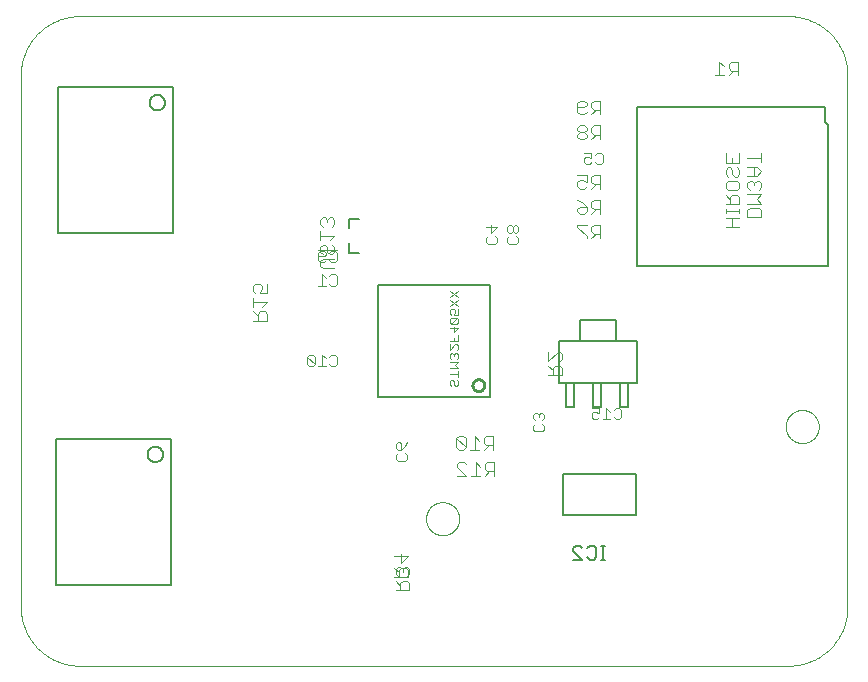
<source format=gbo>
G75*
%MOIN*%
%OFA0B0*%
%FSLAX25Y25*%
%IPPOS*%
%LPD*%
%AMOC8*
5,1,8,0,0,1.08239X$1,22.5*
%
%ADD10C,0.00000*%
%ADD11C,0.00300*%
%ADD12C,0.00400*%
%ADD13C,0.00800*%
%ADD14C,0.01000*%
%ADD15C,0.00500*%
%ADD16C,0.00600*%
D10*
X0091335Y0054209D02*
X0091335Y0231374D01*
X0091341Y0231850D01*
X0091358Y0232325D01*
X0091387Y0232800D01*
X0091427Y0233274D01*
X0091479Y0233747D01*
X0091542Y0234218D01*
X0091616Y0234688D01*
X0091702Y0235156D01*
X0091799Y0235622D01*
X0091907Y0236085D01*
X0092026Y0236545D01*
X0092157Y0237003D01*
X0092298Y0237457D01*
X0092451Y0237908D01*
X0092614Y0238354D01*
X0092788Y0238797D01*
X0092973Y0239235D01*
X0093168Y0239669D01*
X0093374Y0240098D01*
X0093590Y0240522D01*
X0093816Y0240941D01*
X0094052Y0241354D01*
X0094298Y0241761D01*
X0094554Y0242162D01*
X0094820Y0242556D01*
X0095095Y0242945D01*
X0095379Y0243326D01*
X0095672Y0243700D01*
X0095974Y0244068D01*
X0096286Y0244428D01*
X0096605Y0244780D01*
X0096933Y0245124D01*
X0097270Y0245461D01*
X0097614Y0245789D01*
X0097966Y0246108D01*
X0098326Y0246420D01*
X0098694Y0246722D01*
X0099068Y0247015D01*
X0099449Y0247299D01*
X0099838Y0247574D01*
X0100232Y0247840D01*
X0100633Y0248096D01*
X0101040Y0248342D01*
X0101453Y0248578D01*
X0101872Y0248804D01*
X0102296Y0249020D01*
X0102725Y0249226D01*
X0103159Y0249421D01*
X0103597Y0249606D01*
X0104040Y0249780D01*
X0104486Y0249943D01*
X0104937Y0250096D01*
X0105391Y0250237D01*
X0105849Y0250368D01*
X0106309Y0250487D01*
X0106772Y0250595D01*
X0107238Y0250692D01*
X0107706Y0250778D01*
X0108176Y0250852D01*
X0108647Y0250915D01*
X0109120Y0250967D01*
X0109594Y0251007D01*
X0110069Y0251036D01*
X0110544Y0251053D01*
X0111020Y0251059D01*
X0347241Y0251059D01*
X0347717Y0251053D01*
X0348192Y0251036D01*
X0348667Y0251007D01*
X0349141Y0250967D01*
X0349614Y0250915D01*
X0350085Y0250852D01*
X0350555Y0250778D01*
X0351023Y0250692D01*
X0351489Y0250595D01*
X0351952Y0250487D01*
X0352412Y0250368D01*
X0352870Y0250237D01*
X0353324Y0250096D01*
X0353775Y0249943D01*
X0354221Y0249780D01*
X0354664Y0249606D01*
X0355102Y0249421D01*
X0355536Y0249226D01*
X0355965Y0249020D01*
X0356389Y0248804D01*
X0356808Y0248578D01*
X0357221Y0248342D01*
X0357628Y0248096D01*
X0358029Y0247840D01*
X0358423Y0247574D01*
X0358812Y0247299D01*
X0359193Y0247015D01*
X0359567Y0246722D01*
X0359935Y0246420D01*
X0360295Y0246108D01*
X0360647Y0245789D01*
X0360991Y0245461D01*
X0361328Y0245124D01*
X0361656Y0244780D01*
X0361975Y0244428D01*
X0362287Y0244068D01*
X0362589Y0243700D01*
X0362882Y0243326D01*
X0363166Y0242945D01*
X0363441Y0242556D01*
X0363707Y0242162D01*
X0363963Y0241761D01*
X0364209Y0241354D01*
X0364445Y0240941D01*
X0364671Y0240522D01*
X0364887Y0240098D01*
X0365093Y0239669D01*
X0365288Y0239235D01*
X0365473Y0238797D01*
X0365647Y0238354D01*
X0365810Y0237908D01*
X0365963Y0237457D01*
X0366104Y0237003D01*
X0366235Y0236545D01*
X0366354Y0236085D01*
X0366462Y0235622D01*
X0366559Y0235156D01*
X0366645Y0234688D01*
X0366719Y0234218D01*
X0366782Y0233747D01*
X0366834Y0233274D01*
X0366874Y0232800D01*
X0366903Y0232325D01*
X0366920Y0231850D01*
X0366926Y0231374D01*
X0366926Y0054209D01*
X0366920Y0053733D01*
X0366903Y0053258D01*
X0366874Y0052783D01*
X0366834Y0052309D01*
X0366782Y0051836D01*
X0366719Y0051365D01*
X0366645Y0050895D01*
X0366559Y0050427D01*
X0366462Y0049961D01*
X0366354Y0049498D01*
X0366235Y0049038D01*
X0366104Y0048580D01*
X0365963Y0048126D01*
X0365810Y0047675D01*
X0365647Y0047229D01*
X0365473Y0046786D01*
X0365288Y0046348D01*
X0365093Y0045914D01*
X0364887Y0045485D01*
X0364671Y0045061D01*
X0364445Y0044642D01*
X0364209Y0044229D01*
X0363963Y0043822D01*
X0363707Y0043421D01*
X0363441Y0043027D01*
X0363166Y0042638D01*
X0362882Y0042257D01*
X0362589Y0041883D01*
X0362287Y0041515D01*
X0361975Y0041155D01*
X0361656Y0040803D01*
X0361328Y0040459D01*
X0360991Y0040122D01*
X0360647Y0039794D01*
X0360295Y0039475D01*
X0359935Y0039163D01*
X0359567Y0038861D01*
X0359193Y0038568D01*
X0358812Y0038284D01*
X0358423Y0038009D01*
X0358029Y0037743D01*
X0357628Y0037487D01*
X0357221Y0037241D01*
X0356808Y0037005D01*
X0356389Y0036779D01*
X0355965Y0036563D01*
X0355536Y0036357D01*
X0355102Y0036162D01*
X0354664Y0035977D01*
X0354221Y0035803D01*
X0353775Y0035640D01*
X0353324Y0035487D01*
X0352870Y0035346D01*
X0352412Y0035215D01*
X0351952Y0035096D01*
X0351489Y0034988D01*
X0351023Y0034891D01*
X0350555Y0034805D01*
X0350085Y0034731D01*
X0349614Y0034668D01*
X0349141Y0034616D01*
X0348667Y0034576D01*
X0348192Y0034547D01*
X0347717Y0034530D01*
X0347241Y0034524D01*
X0111020Y0034524D01*
X0110544Y0034530D01*
X0110069Y0034547D01*
X0109594Y0034576D01*
X0109120Y0034616D01*
X0108647Y0034668D01*
X0108176Y0034731D01*
X0107706Y0034805D01*
X0107238Y0034891D01*
X0106772Y0034988D01*
X0106309Y0035096D01*
X0105849Y0035215D01*
X0105391Y0035346D01*
X0104937Y0035487D01*
X0104486Y0035640D01*
X0104040Y0035803D01*
X0103597Y0035977D01*
X0103159Y0036162D01*
X0102725Y0036357D01*
X0102296Y0036563D01*
X0101872Y0036779D01*
X0101453Y0037005D01*
X0101040Y0037241D01*
X0100633Y0037487D01*
X0100232Y0037743D01*
X0099838Y0038009D01*
X0099449Y0038284D01*
X0099068Y0038568D01*
X0098694Y0038861D01*
X0098326Y0039163D01*
X0097966Y0039475D01*
X0097614Y0039794D01*
X0097270Y0040122D01*
X0096933Y0040459D01*
X0096605Y0040803D01*
X0096286Y0041155D01*
X0095974Y0041515D01*
X0095672Y0041883D01*
X0095379Y0042257D01*
X0095095Y0042638D01*
X0094820Y0043027D01*
X0094554Y0043421D01*
X0094298Y0043822D01*
X0094052Y0044229D01*
X0093816Y0044642D01*
X0093590Y0045061D01*
X0093374Y0045485D01*
X0093168Y0045914D01*
X0092973Y0046348D01*
X0092788Y0046786D01*
X0092614Y0047229D01*
X0092451Y0047675D01*
X0092298Y0048126D01*
X0092157Y0048580D01*
X0092026Y0049038D01*
X0091907Y0049498D01*
X0091799Y0049961D01*
X0091702Y0050427D01*
X0091616Y0050895D01*
X0091542Y0051365D01*
X0091479Y0051836D01*
X0091427Y0052309D01*
X0091387Y0052783D01*
X0091358Y0053258D01*
X0091341Y0053733D01*
X0091335Y0054209D01*
X0226453Y0083539D02*
X0226455Y0083687D01*
X0226461Y0083835D01*
X0226471Y0083983D01*
X0226485Y0084130D01*
X0226503Y0084277D01*
X0226524Y0084423D01*
X0226550Y0084569D01*
X0226580Y0084714D01*
X0226613Y0084858D01*
X0226651Y0085001D01*
X0226692Y0085143D01*
X0226737Y0085284D01*
X0226785Y0085424D01*
X0226838Y0085563D01*
X0226894Y0085700D01*
X0226954Y0085835D01*
X0227017Y0085969D01*
X0227084Y0086101D01*
X0227155Y0086231D01*
X0227229Y0086359D01*
X0227306Y0086485D01*
X0227387Y0086609D01*
X0227471Y0086731D01*
X0227558Y0086850D01*
X0227649Y0086967D01*
X0227743Y0087082D01*
X0227839Y0087194D01*
X0227939Y0087304D01*
X0228041Y0087410D01*
X0228147Y0087514D01*
X0228255Y0087615D01*
X0228366Y0087713D01*
X0228479Y0087809D01*
X0228595Y0087901D01*
X0228713Y0087990D01*
X0228834Y0088075D01*
X0228957Y0088158D01*
X0229082Y0088237D01*
X0229209Y0088313D01*
X0229338Y0088385D01*
X0229469Y0088454D01*
X0229602Y0088519D01*
X0229737Y0088580D01*
X0229873Y0088638D01*
X0230010Y0088693D01*
X0230149Y0088743D01*
X0230290Y0088790D01*
X0230431Y0088833D01*
X0230574Y0088873D01*
X0230718Y0088908D01*
X0230862Y0088940D01*
X0231008Y0088967D01*
X0231154Y0088991D01*
X0231301Y0089011D01*
X0231448Y0089027D01*
X0231595Y0089039D01*
X0231743Y0089047D01*
X0231891Y0089051D01*
X0232039Y0089051D01*
X0232187Y0089047D01*
X0232335Y0089039D01*
X0232482Y0089027D01*
X0232629Y0089011D01*
X0232776Y0088991D01*
X0232922Y0088967D01*
X0233068Y0088940D01*
X0233212Y0088908D01*
X0233356Y0088873D01*
X0233499Y0088833D01*
X0233640Y0088790D01*
X0233781Y0088743D01*
X0233920Y0088693D01*
X0234057Y0088638D01*
X0234193Y0088580D01*
X0234328Y0088519D01*
X0234461Y0088454D01*
X0234592Y0088385D01*
X0234721Y0088313D01*
X0234848Y0088237D01*
X0234973Y0088158D01*
X0235096Y0088075D01*
X0235217Y0087990D01*
X0235335Y0087901D01*
X0235451Y0087809D01*
X0235564Y0087713D01*
X0235675Y0087615D01*
X0235783Y0087514D01*
X0235889Y0087410D01*
X0235991Y0087304D01*
X0236091Y0087194D01*
X0236187Y0087082D01*
X0236281Y0086967D01*
X0236372Y0086850D01*
X0236459Y0086731D01*
X0236543Y0086609D01*
X0236624Y0086485D01*
X0236701Y0086359D01*
X0236775Y0086231D01*
X0236846Y0086101D01*
X0236913Y0085969D01*
X0236976Y0085835D01*
X0237036Y0085700D01*
X0237092Y0085563D01*
X0237145Y0085424D01*
X0237193Y0085284D01*
X0237238Y0085143D01*
X0237279Y0085001D01*
X0237317Y0084858D01*
X0237350Y0084714D01*
X0237380Y0084569D01*
X0237406Y0084423D01*
X0237427Y0084277D01*
X0237445Y0084130D01*
X0237459Y0083983D01*
X0237469Y0083835D01*
X0237475Y0083687D01*
X0237477Y0083539D01*
X0237475Y0083391D01*
X0237469Y0083243D01*
X0237459Y0083095D01*
X0237445Y0082948D01*
X0237427Y0082801D01*
X0237406Y0082655D01*
X0237380Y0082509D01*
X0237350Y0082364D01*
X0237317Y0082220D01*
X0237279Y0082077D01*
X0237238Y0081935D01*
X0237193Y0081794D01*
X0237145Y0081654D01*
X0237092Y0081515D01*
X0237036Y0081378D01*
X0236976Y0081243D01*
X0236913Y0081109D01*
X0236846Y0080977D01*
X0236775Y0080847D01*
X0236701Y0080719D01*
X0236624Y0080593D01*
X0236543Y0080469D01*
X0236459Y0080347D01*
X0236372Y0080228D01*
X0236281Y0080111D01*
X0236187Y0079996D01*
X0236091Y0079884D01*
X0235991Y0079774D01*
X0235889Y0079668D01*
X0235783Y0079564D01*
X0235675Y0079463D01*
X0235564Y0079365D01*
X0235451Y0079269D01*
X0235335Y0079177D01*
X0235217Y0079088D01*
X0235096Y0079003D01*
X0234973Y0078920D01*
X0234848Y0078841D01*
X0234721Y0078765D01*
X0234592Y0078693D01*
X0234461Y0078624D01*
X0234328Y0078559D01*
X0234193Y0078498D01*
X0234057Y0078440D01*
X0233920Y0078385D01*
X0233781Y0078335D01*
X0233640Y0078288D01*
X0233499Y0078245D01*
X0233356Y0078205D01*
X0233212Y0078170D01*
X0233068Y0078138D01*
X0232922Y0078111D01*
X0232776Y0078087D01*
X0232629Y0078067D01*
X0232482Y0078051D01*
X0232335Y0078039D01*
X0232187Y0078031D01*
X0232039Y0078027D01*
X0231891Y0078027D01*
X0231743Y0078031D01*
X0231595Y0078039D01*
X0231448Y0078051D01*
X0231301Y0078067D01*
X0231154Y0078087D01*
X0231008Y0078111D01*
X0230862Y0078138D01*
X0230718Y0078170D01*
X0230574Y0078205D01*
X0230431Y0078245D01*
X0230290Y0078288D01*
X0230149Y0078335D01*
X0230010Y0078385D01*
X0229873Y0078440D01*
X0229737Y0078498D01*
X0229602Y0078559D01*
X0229469Y0078624D01*
X0229338Y0078693D01*
X0229209Y0078765D01*
X0229082Y0078841D01*
X0228957Y0078920D01*
X0228834Y0079003D01*
X0228713Y0079088D01*
X0228595Y0079177D01*
X0228479Y0079269D01*
X0228366Y0079365D01*
X0228255Y0079463D01*
X0228147Y0079564D01*
X0228041Y0079668D01*
X0227939Y0079774D01*
X0227839Y0079884D01*
X0227743Y0079996D01*
X0227649Y0080111D01*
X0227558Y0080228D01*
X0227471Y0080347D01*
X0227387Y0080469D01*
X0227306Y0080593D01*
X0227229Y0080719D01*
X0227155Y0080847D01*
X0227084Y0080977D01*
X0227017Y0081109D01*
X0226954Y0081243D01*
X0226894Y0081378D01*
X0226838Y0081515D01*
X0226785Y0081654D01*
X0226737Y0081794D01*
X0226692Y0081935D01*
X0226651Y0082077D01*
X0226613Y0082220D01*
X0226580Y0082364D01*
X0226550Y0082509D01*
X0226524Y0082655D01*
X0226503Y0082801D01*
X0226485Y0082948D01*
X0226471Y0083095D01*
X0226461Y0083243D01*
X0226455Y0083391D01*
X0226453Y0083539D01*
X0346335Y0114248D02*
X0346337Y0114396D01*
X0346343Y0114544D01*
X0346353Y0114692D01*
X0346367Y0114839D01*
X0346385Y0114986D01*
X0346406Y0115132D01*
X0346432Y0115278D01*
X0346462Y0115423D01*
X0346495Y0115567D01*
X0346533Y0115710D01*
X0346574Y0115852D01*
X0346619Y0115993D01*
X0346667Y0116133D01*
X0346720Y0116272D01*
X0346776Y0116409D01*
X0346836Y0116544D01*
X0346899Y0116678D01*
X0346966Y0116810D01*
X0347037Y0116940D01*
X0347111Y0117068D01*
X0347188Y0117194D01*
X0347269Y0117318D01*
X0347353Y0117440D01*
X0347440Y0117559D01*
X0347531Y0117676D01*
X0347625Y0117791D01*
X0347721Y0117903D01*
X0347821Y0118013D01*
X0347923Y0118119D01*
X0348029Y0118223D01*
X0348137Y0118324D01*
X0348248Y0118422D01*
X0348361Y0118518D01*
X0348477Y0118610D01*
X0348595Y0118699D01*
X0348716Y0118784D01*
X0348839Y0118867D01*
X0348964Y0118946D01*
X0349091Y0119022D01*
X0349220Y0119094D01*
X0349351Y0119163D01*
X0349484Y0119228D01*
X0349619Y0119289D01*
X0349755Y0119347D01*
X0349892Y0119402D01*
X0350031Y0119452D01*
X0350172Y0119499D01*
X0350313Y0119542D01*
X0350456Y0119582D01*
X0350600Y0119617D01*
X0350744Y0119649D01*
X0350890Y0119676D01*
X0351036Y0119700D01*
X0351183Y0119720D01*
X0351330Y0119736D01*
X0351477Y0119748D01*
X0351625Y0119756D01*
X0351773Y0119760D01*
X0351921Y0119760D01*
X0352069Y0119756D01*
X0352217Y0119748D01*
X0352364Y0119736D01*
X0352511Y0119720D01*
X0352658Y0119700D01*
X0352804Y0119676D01*
X0352950Y0119649D01*
X0353094Y0119617D01*
X0353238Y0119582D01*
X0353381Y0119542D01*
X0353522Y0119499D01*
X0353663Y0119452D01*
X0353802Y0119402D01*
X0353939Y0119347D01*
X0354075Y0119289D01*
X0354210Y0119228D01*
X0354343Y0119163D01*
X0354474Y0119094D01*
X0354603Y0119022D01*
X0354730Y0118946D01*
X0354855Y0118867D01*
X0354978Y0118784D01*
X0355099Y0118699D01*
X0355217Y0118610D01*
X0355333Y0118518D01*
X0355446Y0118422D01*
X0355557Y0118324D01*
X0355665Y0118223D01*
X0355771Y0118119D01*
X0355873Y0118013D01*
X0355973Y0117903D01*
X0356069Y0117791D01*
X0356163Y0117676D01*
X0356254Y0117559D01*
X0356341Y0117440D01*
X0356425Y0117318D01*
X0356506Y0117194D01*
X0356583Y0117068D01*
X0356657Y0116940D01*
X0356728Y0116810D01*
X0356795Y0116678D01*
X0356858Y0116544D01*
X0356918Y0116409D01*
X0356974Y0116272D01*
X0357027Y0116133D01*
X0357075Y0115993D01*
X0357120Y0115852D01*
X0357161Y0115710D01*
X0357199Y0115567D01*
X0357232Y0115423D01*
X0357262Y0115278D01*
X0357288Y0115132D01*
X0357309Y0114986D01*
X0357327Y0114839D01*
X0357341Y0114692D01*
X0357351Y0114544D01*
X0357357Y0114396D01*
X0357359Y0114248D01*
X0357357Y0114100D01*
X0357351Y0113952D01*
X0357341Y0113804D01*
X0357327Y0113657D01*
X0357309Y0113510D01*
X0357288Y0113364D01*
X0357262Y0113218D01*
X0357232Y0113073D01*
X0357199Y0112929D01*
X0357161Y0112786D01*
X0357120Y0112644D01*
X0357075Y0112503D01*
X0357027Y0112363D01*
X0356974Y0112224D01*
X0356918Y0112087D01*
X0356858Y0111952D01*
X0356795Y0111818D01*
X0356728Y0111686D01*
X0356657Y0111556D01*
X0356583Y0111428D01*
X0356506Y0111302D01*
X0356425Y0111178D01*
X0356341Y0111056D01*
X0356254Y0110937D01*
X0356163Y0110820D01*
X0356069Y0110705D01*
X0355973Y0110593D01*
X0355873Y0110483D01*
X0355771Y0110377D01*
X0355665Y0110273D01*
X0355557Y0110172D01*
X0355446Y0110074D01*
X0355333Y0109978D01*
X0355217Y0109886D01*
X0355099Y0109797D01*
X0354978Y0109712D01*
X0354855Y0109629D01*
X0354730Y0109550D01*
X0354603Y0109474D01*
X0354474Y0109402D01*
X0354343Y0109333D01*
X0354210Y0109268D01*
X0354075Y0109207D01*
X0353939Y0109149D01*
X0353802Y0109094D01*
X0353663Y0109044D01*
X0353522Y0108997D01*
X0353381Y0108954D01*
X0353238Y0108914D01*
X0353094Y0108879D01*
X0352950Y0108847D01*
X0352804Y0108820D01*
X0352658Y0108796D01*
X0352511Y0108776D01*
X0352364Y0108760D01*
X0352217Y0108748D01*
X0352069Y0108740D01*
X0351921Y0108736D01*
X0351773Y0108736D01*
X0351625Y0108740D01*
X0351477Y0108748D01*
X0351330Y0108760D01*
X0351183Y0108776D01*
X0351036Y0108796D01*
X0350890Y0108820D01*
X0350744Y0108847D01*
X0350600Y0108879D01*
X0350456Y0108914D01*
X0350313Y0108954D01*
X0350172Y0108997D01*
X0350031Y0109044D01*
X0349892Y0109094D01*
X0349755Y0109149D01*
X0349619Y0109207D01*
X0349484Y0109268D01*
X0349351Y0109333D01*
X0349220Y0109402D01*
X0349091Y0109474D01*
X0348964Y0109550D01*
X0348839Y0109629D01*
X0348716Y0109712D01*
X0348595Y0109797D01*
X0348477Y0109886D01*
X0348361Y0109978D01*
X0348248Y0110074D01*
X0348137Y0110172D01*
X0348029Y0110273D01*
X0347923Y0110377D01*
X0347821Y0110483D01*
X0347721Y0110593D01*
X0347625Y0110705D01*
X0347531Y0110820D01*
X0347440Y0110937D01*
X0347353Y0111056D01*
X0347269Y0111178D01*
X0347188Y0111302D01*
X0347111Y0111428D01*
X0347037Y0111556D01*
X0346966Y0111686D01*
X0346899Y0111818D01*
X0346836Y0111952D01*
X0346776Y0112087D01*
X0346720Y0112224D01*
X0346667Y0112363D01*
X0346619Y0112503D01*
X0346574Y0112644D01*
X0346533Y0112786D01*
X0346495Y0112929D01*
X0346462Y0113073D01*
X0346432Y0113218D01*
X0346406Y0113364D01*
X0346385Y0113510D01*
X0346367Y0113657D01*
X0346353Y0113804D01*
X0346343Y0113952D01*
X0346337Y0114100D01*
X0346335Y0114248D01*
D11*
X0291481Y0117377D02*
X0290863Y0116760D01*
X0289629Y0116760D01*
X0289012Y0117377D01*
X0287797Y0116760D02*
X0285329Y0116760D01*
X0286563Y0116760D02*
X0286563Y0120463D01*
X0287797Y0119229D01*
X0289012Y0119846D02*
X0289629Y0120463D01*
X0290863Y0120463D01*
X0291481Y0119846D01*
X0291481Y0117377D01*
X0284114Y0117377D02*
X0283497Y0116760D01*
X0282263Y0116760D01*
X0281646Y0117377D01*
X0281646Y0118612D01*
X0282263Y0119229D01*
X0282880Y0119229D01*
X0284114Y0118612D01*
X0284114Y0120463D01*
X0281646Y0120463D01*
X0265795Y0118177D02*
X0265178Y0118794D01*
X0264560Y0118794D01*
X0263943Y0118177D01*
X0263326Y0118794D01*
X0262709Y0118794D01*
X0262092Y0118177D01*
X0262092Y0116942D01*
X0262709Y0116325D01*
X0262709Y0115111D02*
X0262092Y0114494D01*
X0262092Y0113259D01*
X0262709Y0112642D01*
X0265178Y0112642D01*
X0265795Y0113259D01*
X0265795Y0114494D01*
X0265178Y0115111D01*
X0265178Y0116325D02*
X0265795Y0116942D01*
X0265795Y0118177D01*
X0263943Y0118177D02*
X0263943Y0117560D01*
X0237183Y0128425D02*
X0236699Y0127941D01*
X0236216Y0127941D01*
X0235732Y0128425D01*
X0235732Y0129393D01*
X0235248Y0129876D01*
X0234764Y0129876D01*
X0234281Y0129393D01*
X0234281Y0128425D01*
X0234764Y0127941D01*
X0237183Y0128425D02*
X0237183Y0129393D01*
X0236699Y0129876D01*
X0237183Y0130888D02*
X0237183Y0132823D01*
X0237183Y0131855D02*
X0234281Y0131855D01*
X0234281Y0133834D02*
X0237183Y0133834D01*
X0236216Y0134802D01*
X0237183Y0135769D01*
X0234281Y0135769D01*
X0234764Y0136781D02*
X0234281Y0137265D01*
X0234281Y0138232D01*
X0234764Y0138716D01*
X0235248Y0138716D01*
X0235732Y0138232D01*
X0235732Y0137748D01*
X0235732Y0138232D02*
X0236216Y0138716D01*
X0236699Y0138716D01*
X0237183Y0138232D01*
X0237183Y0137265D01*
X0236699Y0136781D01*
X0236699Y0139727D02*
X0237183Y0140211D01*
X0237183Y0141179D01*
X0236699Y0141662D01*
X0236216Y0141662D01*
X0234281Y0139727D01*
X0234281Y0141662D01*
X0234281Y0142674D02*
X0237183Y0142674D01*
X0237183Y0144609D01*
X0235732Y0143641D02*
X0235732Y0142674D01*
X0235732Y0145620D02*
X0235732Y0147555D01*
X0236699Y0148567D02*
X0237183Y0149051D01*
X0237183Y0150018D01*
X0236699Y0150502D01*
X0234764Y0148567D01*
X0234281Y0149051D01*
X0234281Y0150018D01*
X0234764Y0150502D01*
X0236699Y0150502D01*
X0237183Y0151513D02*
X0235732Y0151513D01*
X0236216Y0152481D01*
X0236216Y0152965D01*
X0235732Y0153448D01*
X0234764Y0153448D01*
X0234281Y0152965D01*
X0234281Y0151997D01*
X0234764Y0151513D01*
X0237183Y0151513D02*
X0237183Y0153448D01*
X0237183Y0154460D02*
X0234281Y0156395D01*
X0234281Y0157407D02*
X0237183Y0159341D01*
X0237183Y0157407D02*
X0234281Y0159341D01*
X0237183Y0156395D02*
X0234281Y0154460D01*
X0234764Y0148567D02*
X0236699Y0148567D01*
X0237183Y0147072D02*
X0235732Y0145620D01*
X0234281Y0147072D02*
X0237183Y0147072D01*
X0196697Y0137563D02*
X0196697Y0135094D01*
X0196080Y0134477D01*
X0194846Y0134477D01*
X0194228Y0135094D01*
X0193014Y0134477D02*
X0190545Y0134477D01*
X0191780Y0134477D02*
X0191780Y0138180D01*
X0193014Y0136946D01*
X0194228Y0137563D02*
X0194846Y0138180D01*
X0196080Y0138180D01*
X0196697Y0137563D01*
X0189331Y0137563D02*
X0189331Y0135094D01*
X0186862Y0137563D01*
X0186862Y0135094D01*
X0187479Y0134477D01*
X0188714Y0134477D01*
X0189331Y0135094D01*
X0189331Y0137563D02*
X0188714Y0138180D01*
X0187479Y0138180D01*
X0186862Y0137563D01*
X0190545Y0161248D02*
X0193014Y0161248D01*
X0191780Y0161248D02*
X0191780Y0164952D01*
X0193014Y0163717D01*
X0194228Y0164334D02*
X0194846Y0164952D01*
X0196080Y0164952D01*
X0196697Y0164334D01*
X0196697Y0161866D01*
X0196080Y0161248D01*
X0194846Y0161248D01*
X0194228Y0161866D01*
X0194846Y0169122D02*
X0194228Y0169740D01*
X0194846Y0169122D02*
X0196080Y0169122D01*
X0196697Y0169740D01*
X0196697Y0172208D01*
X0196080Y0172826D01*
X0194846Y0172826D01*
X0194228Y0172208D01*
X0193014Y0172208D02*
X0193014Y0171591D01*
X0192397Y0170974D01*
X0190545Y0170974D01*
X0190545Y0169740D02*
X0190545Y0172208D01*
X0191162Y0172826D01*
X0192397Y0172826D01*
X0193014Y0172208D01*
X0193014Y0169740D02*
X0192397Y0169122D01*
X0191162Y0169122D01*
X0190545Y0169740D01*
X0246407Y0175842D02*
X0246407Y0177076D01*
X0247024Y0177694D01*
X0248258Y0178908D02*
X0248258Y0181377D01*
X0246407Y0180760D02*
X0250110Y0180760D01*
X0248258Y0178908D01*
X0249493Y0177694D02*
X0250110Y0177076D01*
X0250110Y0175842D01*
X0249493Y0175225D01*
X0247024Y0175225D01*
X0246407Y0175842D01*
X0253493Y0175842D02*
X0253493Y0177076D01*
X0254110Y0177694D01*
X0254110Y0178908D02*
X0254728Y0178908D01*
X0255345Y0179525D01*
X0255345Y0180760D01*
X0254728Y0181377D01*
X0254110Y0181377D01*
X0253493Y0180760D01*
X0253493Y0179525D01*
X0254110Y0178908D01*
X0255345Y0179525D02*
X0255962Y0178908D01*
X0256579Y0178908D01*
X0257196Y0179525D01*
X0257196Y0180760D01*
X0256579Y0181377D01*
X0255962Y0181377D01*
X0255345Y0180760D01*
X0256579Y0177694D02*
X0257196Y0177076D01*
X0257196Y0175842D01*
X0256579Y0175225D01*
X0254110Y0175225D01*
X0253493Y0175842D01*
X0279745Y0201800D02*
X0280979Y0201800D01*
X0281597Y0202417D01*
X0282811Y0202417D02*
X0283428Y0201800D01*
X0284663Y0201800D01*
X0285280Y0202417D01*
X0285280Y0204886D01*
X0284663Y0205503D01*
X0283428Y0205503D01*
X0282811Y0204886D01*
X0281597Y0205503D02*
X0281597Y0203651D01*
X0280362Y0204268D01*
X0279745Y0204268D01*
X0279128Y0203651D01*
X0279128Y0202417D01*
X0279745Y0201800D01*
X0279128Y0205503D02*
X0281597Y0205503D01*
X0220125Y0109050D02*
X0219508Y0107815D01*
X0218274Y0106581D01*
X0218274Y0108433D01*
X0217657Y0109050D01*
X0217039Y0109050D01*
X0216422Y0108433D01*
X0216422Y0107198D01*
X0217039Y0106581D01*
X0218274Y0106581D01*
X0219508Y0105367D02*
X0220125Y0104749D01*
X0220125Y0103515D01*
X0219508Y0102898D01*
X0217039Y0102898D01*
X0216422Y0103515D01*
X0216422Y0104749D01*
X0217039Y0105367D01*
D12*
X0236594Y0107282D02*
X0237362Y0106515D01*
X0238896Y0106515D01*
X0239664Y0107282D01*
X0236594Y0110352D01*
X0236594Y0107282D01*
X0236594Y0110352D02*
X0237362Y0111119D01*
X0238896Y0111119D01*
X0239664Y0110352D01*
X0239664Y0107282D01*
X0241198Y0106515D02*
X0244268Y0106515D01*
X0245802Y0106515D02*
X0247337Y0108050D01*
X0246570Y0108050D02*
X0248872Y0108050D01*
X0248872Y0106515D02*
X0248872Y0111119D01*
X0246570Y0111119D01*
X0245802Y0110352D01*
X0245802Y0108817D01*
X0246570Y0108050D01*
X0244268Y0109584D02*
X0242733Y0111119D01*
X0242733Y0106515D01*
X0242969Y0102457D02*
X0242969Y0097854D01*
X0241435Y0097854D02*
X0244504Y0097854D01*
X0246038Y0097854D02*
X0247573Y0099388D01*
X0246806Y0099388D02*
X0249108Y0099388D01*
X0249108Y0097854D02*
X0249108Y0102457D01*
X0246806Y0102457D01*
X0246038Y0101690D01*
X0246038Y0100155D01*
X0246806Y0099388D01*
X0244504Y0100923D02*
X0242969Y0102457D01*
X0239900Y0101690D02*
X0239133Y0102457D01*
X0237598Y0102457D01*
X0236831Y0101690D01*
X0236831Y0100923D01*
X0239900Y0097854D01*
X0236831Y0097854D01*
X0218188Y0071747D02*
X0218188Y0068678D01*
X0220490Y0070980D01*
X0215886Y0070980D01*
X0217086Y0067382D02*
X0216319Y0066615D01*
X0216319Y0065080D01*
X0217086Y0064313D01*
X0217420Y0064074D02*
X0217420Y0066376D01*
X0218188Y0067143D01*
X0219722Y0067143D01*
X0220490Y0066376D01*
X0220490Y0064074D01*
X0215886Y0064074D01*
X0216319Y0062778D02*
X0217853Y0061243D01*
X0217853Y0062011D02*
X0217853Y0059709D01*
X0216319Y0059709D02*
X0220923Y0059709D01*
X0220923Y0062011D01*
X0220155Y0062778D01*
X0218621Y0062778D01*
X0217853Y0062011D01*
X0220155Y0064313D02*
X0220923Y0065080D01*
X0220923Y0066615D01*
X0220155Y0067382D01*
X0219388Y0067382D01*
X0218621Y0066615D01*
X0217853Y0067382D01*
X0217086Y0067382D01*
X0215886Y0067143D02*
X0217420Y0065609D01*
X0218621Y0065847D02*
X0218621Y0066615D01*
X0267264Y0131436D02*
X0271868Y0131436D01*
X0271868Y0133738D01*
X0271100Y0134505D01*
X0269566Y0134505D01*
X0268798Y0133738D01*
X0268798Y0131436D01*
X0268798Y0132971D02*
X0267264Y0134505D01*
X0267264Y0136040D02*
X0270333Y0139109D01*
X0271100Y0139109D01*
X0271868Y0138342D01*
X0271868Y0136807D01*
X0271100Y0136040D01*
X0267264Y0136040D02*
X0267264Y0139109D01*
X0279976Y0176987D02*
X0279976Y0177755D01*
X0276907Y0180824D01*
X0276907Y0181591D01*
X0279976Y0181591D01*
X0281511Y0180824D02*
X0281511Y0179289D01*
X0282278Y0178522D01*
X0284580Y0178522D01*
X0283046Y0178522D02*
X0281511Y0176987D01*
X0284580Y0176987D02*
X0284580Y0181591D01*
X0282278Y0181591D01*
X0281511Y0180824D01*
X0281511Y0185255D02*
X0283046Y0186790D01*
X0282278Y0186790D02*
X0284580Y0186790D01*
X0284580Y0185255D02*
X0284580Y0189859D01*
X0282278Y0189859D01*
X0281511Y0189092D01*
X0281511Y0187557D01*
X0282278Y0186790D01*
X0279976Y0187557D02*
X0277674Y0187557D01*
X0276907Y0186790D01*
X0276907Y0186022D01*
X0277674Y0185255D01*
X0279209Y0185255D01*
X0279976Y0186022D01*
X0279976Y0187557D01*
X0278442Y0189092D01*
X0276907Y0189859D01*
X0277674Y0193523D02*
X0276907Y0194290D01*
X0276907Y0195825D01*
X0277674Y0196592D01*
X0278442Y0196592D01*
X0279976Y0195825D01*
X0279976Y0198127D01*
X0276907Y0198127D01*
X0281511Y0197359D02*
X0281511Y0195825D01*
X0282278Y0195057D01*
X0284580Y0195057D01*
X0284580Y0193523D02*
X0284580Y0198127D01*
X0282278Y0198127D01*
X0281511Y0197359D01*
X0283046Y0195057D02*
X0281511Y0193523D01*
X0279976Y0194290D02*
X0279209Y0193523D01*
X0277674Y0193523D01*
X0277674Y0210058D02*
X0279209Y0210058D01*
X0279976Y0210826D01*
X0279976Y0211593D01*
X0279209Y0212360D01*
X0277674Y0212360D01*
X0276907Y0211593D01*
X0276907Y0210826D01*
X0277674Y0210058D01*
X0277674Y0212360D02*
X0276907Y0213128D01*
X0276907Y0213895D01*
X0277674Y0214662D01*
X0279209Y0214662D01*
X0279976Y0213895D01*
X0279976Y0213128D01*
X0279209Y0212360D01*
X0281511Y0212360D02*
X0282278Y0211593D01*
X0284580Y0211593D01*
X0283046Y0211593D02*
X0281511Y0210058D01*
X0281511Y0212360D02*
X0281511Y0213895D01*
X0282278Y0214662D01*
X0284580Y0214662D01*
X0284580Y0210058D01*
X0284580Y0218326D02*
X0284580Y0222930D01*
X0282278Y0222930D01*
X0281511Y0222163D01*
X0281511Y0220628D01*
X0282278Y0219861D01*
X0284580Y0219861D01*
X0283046Y0219861D02*
X0281511Y0218326D01*
X0279976Y0219093D02*
X0279209Y0218326D01*
X0277674Y0218326D01*
X0276907Y0219093D01*
X0276907Y0222163D01*
X0277674Y0222930D01*
X0279209Y0222930D01*
X0279976Y0222163D01*
X0279976Y0221395D01*
X0279209Y0220628D01*
X0276907Y0220628D01*
X0322694Y0231318D02*
X0325764Y0231318D01*
X0327298Y0231318D02*
X0328833Y0232853D01*
X0328066Y0232853D02*
X0330368Y0232853D01*
X0330368Y0231318D02*
X0330368Y0235922D01*
X0328066Y0235922D01*
X0327298Y0235155D01*
X0327298Y0233620D01*
X0328066Y0232853D01*
X0325764Y0234387D02*
X0324229Y0235922D01*
X0324229Y0231318D01*
X0338186Y0205472D02*
X0338186Y0202403D01*
X0338186Y0203938D02*
X0333583Y0203938D01*
X0330903Y0205276D02*
X0330903Y0202206D01*
X0326299Y0202206D01*
X0326299Y0205276D01*
X0328601Y0203741D02*
X0328601Y0202206D01*
X0327834Y0200672D02*
X0327066Y0200672D01*
X0326299Y0199904D01*
X0326299Y0198370D01*
X0327066Y0197602D01*
X0327066Y0196068D02*
X0326299Y0195300D01*
X0326299Y0193766D01*
X0327066Y0192998D01*
X0330136Y0192998D01*
X0330903Y0193766D01*
X0330903Y0195300D01*
X0330136Y0196068D01*
X0327066Y0196068D01*
X0328601Y0198370D02*
X0328601Y0199904D01*
X0327834Y0200672D01*
X0330136Y0200672D02*
X0330903Y0199904D01*
X0330903Y0198370D01*
X0330136Y0197602D01*
X0329368Y0197602D01*
X0328601Y0198370D01*
X0333583Y0197799D02*
X0336652Y0197799D01*
X0338186Y0199334D01*
X0336652Y0200868D01*
X0333583Y0200868D01*
X0335884Y0200868D02*
X0335884Y0197799D01*
X0335117Y0196265D02*
X0334350Y0196265D01*
X0333583Y0195497D01*
X0333583Y0193963D01*
X0334350Y0193195D01*
X0333583Y0191661D02*
X0338186Y0191661D01*
X0336652Y0190126D01*
X0338186Y0188591D01*
X0333583Y0188591D01*
X0334350Y0187057D02*
X0337419Y0187057D01*
X0338186Y0186289D01*
X0338186Y0183987D01*
X0333583Y0183987D01*
X0333583Y0186289D01*
X0334350Y0187057D01*
X0330903Y0186860D02*
X0330903Y0185325D01*
X0330903Y0186093D02*
X0326299Y0186093D01*
X0326299Y0186860D02*
X0326299Y0185325D01*
X0326299Y0183791D02*
X0330903Y0183791D01*
X0328601Y0183791D02*
X0328601Y0180721D01*
X0326299Y0180721D02*
X0330903Y0180721D01*
X0330903Y0188394D02*
X0326299Y0188394D01*
X0327834Y0188394D02*
X0327834Y0190696D01*
X0328601Y0191464D01*
X0330136Y0191464D01*
X0330903Y0190696D01*
X0330903Y0188394D01*
X0327834Y0189929D02*
X0326299Y0191464D01*
X0335117Y0196265D02*
X0335884Y0195497D01*
X0335884Y0194730D01*
X0335884Y0195497D02*
X0336652Y0196265D01*
X0337419Y0196265D01*
X0338186Y0195497D01*
X0338186Y0193963D01*
X0337419Y0193195D01*
X0196611Y0173254D02*
X0190473Y0173254D01*
X0191240Y0174021D02*
X0191240Y0172486D01*
X0192007Y0171719D01*
X0192007Y0170184D02*
X0191240Y0169417D01*
X0191240Y0167882D01*
X0192007Y0167115D01*
X0195844Y0167115D01*
X0195844Y0170184D02*
X0192007Y0170184D01*
X0193542Y0172486D02*
X0194309Y0171719D01*
X0195077Y0171719D01*
X0195844Y0172486D01*
X0195844Y0174021D01*
X0195077Y0174788D01*
X0193542Y0174021D02*
X0193542Y0172486D01*
X0193542Y0174021D02*
X0192775Y0174788D01*
X0192007Y0174788D01*
X0191240Y0174021D01*
X0191240Y0176323D02*
X0191240Y0179392D01*
X0191240Y0177857D02*
X0195844Y0177857D01*
X0194309Y0176323D01*
X0195077Y0180927D02*
X0195844Y0181694D01*
X0195844Y0183229D01*
X0195077Y0183996D01*
X0194309Y0183996D01*
X0193542Y0183229D01*
X0192775Y0183996D01*
X0192007Y0183996D01*
X0191240Y0183229D01*
X0191240Y0181694D01*
X0192007Y0180927D01*
X0193542Y0182461D02*
X0193542Y0183229D01*
X0173442Y0161824D02*
X0173442Y0158754D01*
X0171140Y0158754D01*
X0171908Y0160289D01*
X0171908Y0161056D01*
X0171140Y0161824D01*
X0169606Y0161824D01*
X0168838Y0161056D01*
X0168838Y0159522D01*
X0169606Y0158754D01*
X0168838Y0157220D02*
X0168838Y0154150D01*
X0168838Y0152616D02*
X0170373Y0151081D01*
X0170373Y0151848D02*
X0170373Y0149546D01*
X0168838Y0149546D02*
X0173442Y0149546D01*
X0173442Y0151848D01*
X0172675Y0152616D01*
X0171140Y0152616D01*
X0170373Y0151848D01*
X0171908Y0154150D02*
X0173442Y0155685D01*
X0168838Y0155685D01*
D13*
X0210587Y0161335D02*
X0210587Y0124248D01*
X0247713Y0124248D01*
X0247713Y0161335D01*
X0210587Y0161335D01*
D14*
X0241926Y0128027D02*
X0241928Y0128115D01*
X0241934Y0128203D01*
X0241944Y0128291D01*
X0241958Y0128379D01*
X0241975Y0128465D01*
X0241997Y0128551D01*
X0242022Y0128635D01*
X0242052Y0128719D01*
X0242084Y0128801D01*
X0242121Y0128881D01*
X0242161Y0128960D01*
X0242205Y0129037D01*
X0242252Y0129112D01*
X0242302Y0129184D01*
X0242356Y0129255D01*
X0242412Y0129322D01*
X0242472Y0129388D01*
X0242534Y0129450D01*
X0242600Y0129510D01*
X0242667Y0129566D01*
X0242738Y0129620D01*
X0242810Y0129670D01*
X0242885Y0129717D01*
X0242962Y0129761D01*
X0243041Y0129801D01*
X0243121Y0129838D01*
X0243203Y0129870D01*
X0243287Y0129900D01*
X0243371Y0129925D01*
X0243457Y0129947D01*
X0243543Y0129964D01*
X0243631Y0129978D01*
X0243719Y0129988D01*
X0243807Y0129994D01*
X0243895Y0129996D01*
X0243983Y0129994D01*
X0244071Y0129988D01*
X0244159Y0129978D01*
X0244247Y0129964D01*
X0244333Y0129947D01*
X0244419Y0129925D01*
X0244503Y0129900D01*
X0244587Y0129870D01*
X0244669Y0129838D01*
X0244749Y0129801D01*
X0244828Y0129761D01*
X0244905Y0129717D01*
X0244980Y0129670D01*
X0245052Y0129620D01*
X0245123Y0129566D01*
X0245190Y0129510D01*
X0245256Y0129450D01*
X0245318Y0129388D01*
X0245378Y0129322D01*
X0245434Y0129255D01*
X0245488Y0129184D01*
X0245538Y0129112D01*
X0245585Y0129037D01*
X0245629Y0128960D01*
X0245669Y0128881D01*
X0245706Y0128801D01*
X0245738Y0128719D01*
X0245768Y0128635D01*
X0245793Y0128551D01*
X0245815Y0128465D01*
X0245832Y0128379D01*
X0245846Y0128291D01*
X0245856Y0128203D01*
X0245862Y0128115D01*
X0245864Y0128027D01*
X0245862Y0127939D01*
X0245856Y0127851D01*
X0245846Y0127763D01*
X0245832Y0127675D01*
X0245815Y0127589D01*
X0245793Y0127503D01*
X0245768Y0127419D01*
X0245738Y0127335D01*
X0245706Y0127253D01*
X0245669Y0127173D01*
X0245629Y0127094D01*
X0245585Y0127017D01*
X0245538Y0126942D01*
X0245488Y0126870D01*
X0245434Y0126799D01*
X0245378Y0126732D01*
X0245318Y0126666D01*
X0245256Y0126604D01*
X0245190Y0126544D01*
X0245123Y0126488D01*
X0245052Y0126434D01*
X0244980Y0126384D01*
X0244905Y0126337D01*
X0244828Y0126293D01*
X0244749Y0126253D01*
X0244669Y0126216D01*
X0244587Y0126184D01*
X0244503Y0126154D01*
X0244419Y0126129D01*
X0244333Y0126107D01*
X0244247Y0126090D01*
X0244159Y0126076D01*
X0244071Y0126066D01*
X0243983Y0126060D01*
X0243895Y0126058D01*
X0243807Y0126060D01*
X0243719Y0126066D01*
X0243631Y0126076D01*
X0243543Y0126090D01*
X0243457Y0126107D01*
X0243371Y0126129D01*
X0243287Y0126154D01*
X0243203Y0126184D01*
X0243121Y0126216D01*
X0243041Y0126253D01*
X0242962Y0126293D01*
X0242885Y0126337D01*
X0242810Y0126384D01*
X0242738Y0126434D01*
X0242667Y0126488D01*
X0242600Y0126544D01*
X0242534Y0126604D01*
X0242472Y0126666D01*
X0242412Y0126732D01*
X0242356Y0126799D01*
X0242302Y0126870D01*
X0242252Y0126942D01*
X0242205Y0127017D01*
X0242161Y0127094D01*
X0242121Y0127173D01*
X0242084Y0127253D01*
X0242052Y0127335D01*
X0242022Y0127419D01*
X0241997Y0127503D01*
X0241975Y0127589D01*
X0241958Y0127675D01*
X0241944Y0127763D01*
X0241934Y0127851D01*
X0241928Y0127939D01*
X0241926Y0128027D01*
D15*
X0270784Y0128815D02*
X0296768Y0128815D01*
X0296768Y0142752D01*
X0270784Y0142752D01*
X0270784Y0128815D01*
X0273276Y0128752D02*
X0273276Y0120752D01*
X0275776Y0120752D01*
X0275776Y0128752D01*
X0273276Y0128752D01*
X0282276Y0128752D02*
X0282276Y0120752D01*
X0284776Y0120752D01*
X0284776Y0128752D01*
X0282276Y0128752D01*
X0291276Y0128752D02*
X0291276Y0120752D01*
X0293776Y0120752D01*
X0293776Y0128752D01*
X0291276Y0128752D01*
X0289776Y0142752D02*
X0277776Y0142752D01*
X0277776Y0149752D01*
X0289776Y0149752D01*
X0289776Y0142752D01*
X0296650Y0167634D02*
X0360430Y0167634D01*
X0360430Y0214878D01*
X0359446Y0215862D01*
X0359446Y0220783D01*
X0296650Y0220783D01*
X0296650Y0167634D01*
X0286276Y0074364D02*
X0284775Y0074364D01*
X0285525Y0074364D02*
X0285525Y0069860D01*
X0284775Y0069860D02*
X0286276Y0069860D01*
X0283207Y0070611D02*
X0283207Y0073613D01*
X0282456Y0074364D01*
X0280955Y0074364D01*
X0280204Y0073613D01*
X0278603Y0073613D02*
X0277852Y0074364D01*
X0276351Y0074364D01*
X0275600Y0073613D01*
X0275600Y0072863D01*
X0278603Y0069860D01*
X0275600Y0069860D01*
X0280204Y0070611D02*
X0280955Y0069860D01*
X0282456Y0069860D01*
X0283207Y0070611D01*
X0141335Y0061531D02*
X0141335Y0110154D01*
X0102949Y0110154D01*
X0102949Y0061531D01*
X0141335Y0061531D01*
X0133658Y0105035D02*
X0133660Y0105136D01*
X0133666Y0105237D01*
X0133676Y0105338D01*
X0133690Y0105438D01*
X0133708Y0105537D01*
X0133730Y0105636D01*
X0133755Y0105734D01*
X0133785Y0105831D01*
X0133818Y0105926D01*
X0133855Y0106020D01*
X0133896Y0106113D01*
X0133940Y0106204D01*
X0133988Y0106293D01*
X0134040Y0106380D01*
X0134095Y0106465D01*
X0134153Y0106547D01*
X0134214Y0106628D01*
X0134279Y0106706D01*
X0134346Y0106781D01*
X0134416Y0106853D01*
X0134490Y0106923D01*
X0134566Y0106990D01*
X0134644Y0107054D01*
X0134725Y0107114D01*
X0134808Y0107171D01*
X0134894Y0107225D01*
X0134982Y0107276D01*
X0135071Y0107323D01*
X0135162Y0107367D01*
X0135255Y0107406D01*
X0135350Y0107443D01*
X0135445Y0107475D01*
X0135542Y0107504D01*
X0135641Y0107528D01*
X0135739Y0107549D01*
X0135839Y0107566D01*
X0135939Y0107579D01*
X0136040Y0107588D01*
X0136141Y0107593D01*
X0136242Y0107594D01*
X0136343Y0107591D01*
X0136444Y0107584D01*
X0136545Y0107573D01*
X0136645Y0107558D01*
X0136744Y0107539D01*
X0136843Y0107516D01*
X0136940Y0107490D01*
X0137037Y0107459D01*
X0137132Y0107425D01*
X0137225Y0107387D01*
X0137318Y0107345D01*
X0137408Y0107300D01*
X0137497Y0107251D01*
X0137583Y0107199D01*
X0137667Y0107143D01*
X0137750Y0107084D01*
X0137829Y0107022D01*
X0137907Y0106957D01*
X0137981Y0106889D01*
X0138053Y0106817D01*
X0138122Y0106744D01*
X0138188Y0106667D01*
X0138251Y0106588D01*
X0138311Y0106506D01*
X0138367Y0106422D01*
X0138420Y0106336D01*
X0138470Y0106248D01*
X0138516Y0106158D01*
X0138559Y0106067D01*
X0138598Y0105973D01*
X0138633Y0105878D01*
X0138664Y0105782D01*
X0138692Y0105685D01*
X0138716Y0105587D01*
X0138736Y0105488D01*
X0138752Y0105388D01*
X0138764Y0105287D01*
X0138772Y0105187D01*
X0138776Y0105086D01*
X0138776Y0104984D01*
X0138772Y0104883D01*
X0138764Y0104783D01*
X0138752Y0104682D01*
X0138736Y0104582D01*
X0138716Y0104483D01*
X0138692Y0104385D01*
X0138664Y0104288D01*
X0138633Y0104192D01*
X0138598Y0104097D01*
X0138559Y0104003D01*
X0138516Y0103912D01*
X0138470Y0103822D01*
X0138420Y0103734D01*
X0138367Y0103648D01*
X0138311Y0103564D01*
X0138251Y0103482D01*
X0138188Y0103403D01*
X0138122Y0103326D01*
X0138053Y0103253D01*
X0137981Y0103181D01*
X0137907Y0103113D01*
X0137829Y0103048D01*
X0137750Y0102986D01*
X0137667Y0102927D01*
X0137583Y0102871D01*
X0137496Y0102819D01*
X0137408Y0102770D01*
X0137318Y0102725D01*
X0137225Y0102683D01*
X0137132Y0102645D01*
X0137037Y0102611D01*
X0136940Y0102580D01*
X0136843Y0102554D01*
X0136744Y0102531D01*
X0136645Y0102512D01*
X0136545Y0102497D01*
X0136444Y0102486D01*
X0136343Y0102479D01*
X0136242Y0102476D01*
X0136141Y0102477D01*
X0136040Y0102482D01*
X0135939Y0102491D01*
X0135839Y0102504D01*
X0135739Y0102521D01*
X0135641Y0102542D01*
X0135542Y0102566D01*
X0135445Y0102595D01*
X0135350Y0102627D01*
X0135255Y0102664D01*
X0135162Y0102703D01*
X0135071Y0102747D01*
X0134982Y0102794D01*
X0134894Y0102845D01*
X0134808Y0102899D01*
X0134725Y0102956D01*
X0134644Y0103016D01*
X0134566Y0103080D01*
X0134490Y0103147D01*
X0134416Y0103217D01*
X0134346Y0103289D01*
X0134279Y0103364D01*
X0134214Y0103442D01*
X0134153Y0103523D01*
X0134095Y0103605D01*
X0134040Y0103690D01*
X0133988Y0103777D01*
X0133940Y0103866D01*
X0133896Y0103957D01*
X0133855Y0104050D01*
X0133818Y0104144D01*
X0133785Y0104239D01*
X0133755Y0104336D01*
X0133730Y0104434D01*
X0133708Y0104533D01*
X0133690Y0104632D01*
X0133676Y0104732D01*
X0133666Y0104833D01*
X0133660Y0104934D01*
X0133658Y0105035D01*
X0142005Y0178776D02*
X0103619Y0178776D01*
X0103619Y0227398D01*
X0142005Y0227398D01*
X0142005Y0178776D01*
X0134327Y0222280D02*
X0134329Y0222381D01*
X0134335Y0222482D01*
X0134345Y0222583D01*
X0134359Y0222683D01*
X0134377Y0222782D01*
X0134399Y0222881D01*
X0134424Y0222979D01*
X0134454Y0223076D01*
X0134487Y0223171D01*
X0134524Y0223265D01*
X0134565Y0223358D01*
X0134609Y0223449D01*
X0134657Y0223538D01*
X0134709Y0223625D01*
X0134764Y0223710D01*
X0134822Y0223792D01*
X0134883Y0223873D01*
X0134948Y0223951D01*
X0135015Y0224026D01*
X0135085Y0224098D01*
X0135159Y0224168D01*
X0135235Y0224235D01*
X0135313Y0224299D01*
X0135394Y0224359D01*
X0135477Y0224416D01*
X0135563Y0224470D01*
X0135651Y0224521D01*
X0135740Y0224568D01*
X0135831Y0224612D01*
X0135924Y0224651D01*
X0136019Y0224688D01*
X0136114Y0224720D01*
X0136211Y0224749D01*
X0136310Y0224773D01*
X0136408Y0224794D01*
X0136508Y0224811D01*
X0136608Y0224824D01*
X0136709Y0224833D01*
X0136810Y0224838D01*
X0136911Y0224839D01*
X0137012Y0224836D01*
X0137113Y0224829D01*
X0137214Y0224818D01*
X0137314Y0224803D01*
X0137413Y0224784D01*
X0137512Y0224761D01*
X0137609Y0224735D01*
X0137706Y0224704D01*
X0137801Y0224670D01*
X0137894Y0224632D01*
X0137987Y0224590D01*
X0138077Y0224545D01*
X0138166Y0224496D01*
X0138252Y0224444D01*
X0138336Y0224388D01*
X0138419Y0224329D01*
X0138498Y0224267D01*
X0138576Y0224202D01*
X0138650Y0224134D01*
X0138722Y0224062D01*
X0138791Y0223989D01*
X0138857Y0223912D01*
X0138920Y0223833D01*
X0138980Y0223751D01*
X0139036Y0223667D01*
X0139089Y0223581D01*
X0139139Y0223493D01*
X0139185Y0223403D01*
X0139228Y0223312D01*
X0139267Y0223218D01*
X0139302Y0223123D01*
X0139333Y0223027D01*
X0139361Y0222930D01*
X0139385Y0222832D01*
X0139405Y0222733D01*
X0139421Y0222633D01*
X0139433Y0222532D01*
X0139441Y0222432D01*
X0139445Y0222331D01*
X0139445Y0222229D01*
X0139441Y0222128D01*
X0139433Y0222028D01*
X0139421Y0221927D01*
X0139405Y0221827D01*
X0139385Y0221728D01*
X0139361Y0221630D01*
X0139333Y0221533D01*
X0139302Y0221437D01*
X0139267Y0221342D01*
X0139228Y0221248D01*
X0139185Y0221157D01*
X0139139Y0221067D01*
X0139089Y0220979D01*
X0139036Y0220893D01*
X0138980Y0220809D01*
X0138920Y0220727D01*
X0138857Y0220648D01*
X0138791Y0220571D01*
X0138722Y0220498D01*
X0138650Y0220426D01*
X0138576Y0220358D01*
X0138498Y0220293D01*
X0138419Y0220231D01*
X0138336Y0220172D01*
X0138252Y0220116D01*
X0138165Y0220064D01*
X0138077Y0220015D01*
X0137987Y0219970D01*
X0137894Y0219928D01*
X0137801Y0219890D01*
X0137706Y0219856D01*
X0137609Y0219825D01*
X0137512Y0219799D01*
X0137413Y0219776D01*
X0137314Y0219757D01*
X0137214Y0219742D01*
X0137113Y0219731D01*
X0137012Y0219724D01*
X0136911Y0219721D01*
X0136810Y0219722D01*
X0136709Y0219727D01*
X0136608Y0219736D01*
X0136508Y0219749D01*
X0136408Y0219766D01*
X0136310Y0219787D01*
X0136211Y0219811D01*
X0136114Y0219840D01*
X0136019Y0219872D01*
X0135924Y0219909D01*
X0135831Y0219948D01*
X0135740Y0219992D01*
X0135651Y0220039D01*
X0135563Y0220090D01*
X0135477Y0220144D01*
X0135394Y0220201D01*
X0135313Y0220261D01*
X0135235Y0220325D01*
X0135159Y0220392D01*
X0135085Y0220462D01*
X0135015Y0220534D01*
X0134948Y0220609D01*
X0134883Y0220687D01*
X0134822Y0220768D01*
X0134764Y0220850D01*
X0134709Y0220935D01*
X0134657Y0221022D01*
X0134609Y0221111D01*
X0134565Y0221202D01*
X0134524Y0221295D01*
X0134487Y0221389D01*
X0134454Y0221484D01*
X0134424Y0221581D01*
X0134399Y0221679D01*
X0134377Y0221778D01*
X0134359Y0221877D01*
X0134345Y0221977D01*
X0134335Y0222078D01*
X0134329Y0222179D01*
X0134327Y0222280D01*
D16*
X0200940Y0183431D02*
X0200940Y0180420D01*
X0200940Y0183431D02*
X0204270Y0183431D01*
X0200940Y0175340D02*
X0200940Y0172231D01*
X0204270Y0172231D01*
X0271949Y0098417D02*
X0296548Y0098417D01*
X0296548Y0084795D01*
X0271949Y0084795D01*
X0271949Y0098417D01*
M02*

</source>
